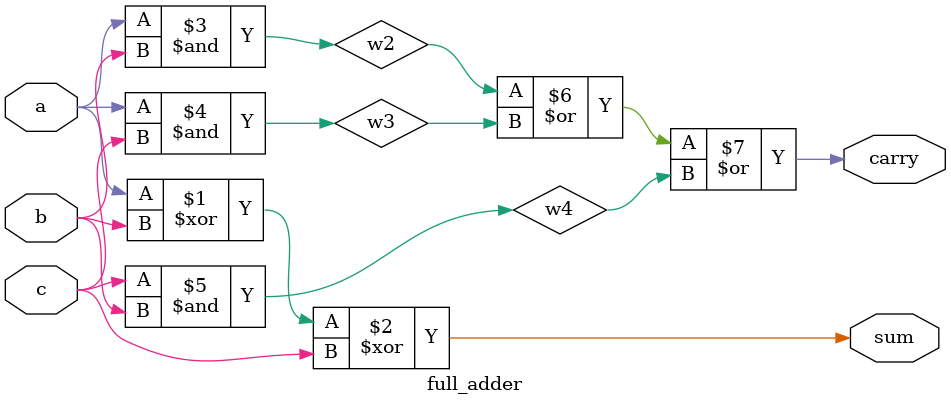
<source format=v>
`timescale 1ns / 1ps
module full_adder(input a,b,c, output sum,carry);
    wire w2,w3,w4;
    xor (sum,a,b,c);
    and(w2,a,b);
    and(w3,a,c);
    and(w4,c,b);
    or(carry,w2,w3,w4);
endmodule

</source>
